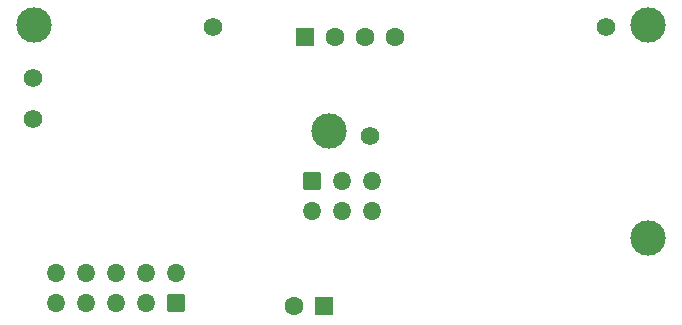
<source format=gbr>
%TF.GenerationSoftware,Altium Limited,Altium Designer,20.1.8 (145)*%
G04 Layer_Color=16711833*
%FSLAX45Y45*%
%MOMM*%
%TF.SameCoordinates,98D083CD-8668-4ABA-A521-F4C8EB5CE2D3*%
%TF.FilePolarity,Negative*%
%TF.FileFunction,Soldermask,Bot*%
%TF.Part,Single*%
G01*
G75*
%TA.AperFunction,ViaPad*%
%ADD34C,3.00000*%
%TA.AperFunction,ComponentPad*%
%ADD38C,1.57600*%
G04:AMPARAMS|DCode=39|XSize=1.6mm|YSize=1.6mm|CornerRadius=0.2285mm|HoleSize=0mm|Usage=FLASHONLY|Rotation=180.000|XOffset=0mm|YOffset=0mm|HoleType=Round|Shape=RoundedRectangle|*
%AMROUNDEDRECTD39*
21,1,1.60000,1.14300,0,0,180.0*
21,1,1.14300,1.60000,0,0,180.0*
1,1,0.45700,-0.57150,0.57150*
1,1,0.45700,0.57150,0.57150*
1,1,0.45700,0.57150,-0.57150*
1,1,0.45700,-0.57150,-0.57150*
%
%ADD39ROUNDEDRECTD39*%
%ADD40C,1.60000*%
G04:AMPARAMS|DCode=41|XSize=1.576mm|YSize=1.526mm|CornerRadius=0.21925mm|HoleSize=0mm|Usage=FLASHONLY|Rotation=180.000|XOffset=0mm|YOffset=0mm|HoleType=Round|Shape=RoundedRectangle|*
%AMROUNDEDRECTD41*
21,1,1.57600,1.08750,0,0,180.0*
21,1,1.13750,1.52600,0,0,180.0*
1,1,0.43850,-0.56875,0.54375*
1,1,0.43850,0.56875,0.54375*
1,1,0.43850,0.56875,-0.54375*
1,1,0.43850,-0.56875,-0.54375*
%
%ADD41ROUNDEDRECTD41*%
%ADD42O,1.57600X1.52600*%
D34*
X200000Y2600000D02*
D03*
X5400000D02*
D03*
X2700000Y1700000D02*
D03*
X5400000Y800000D02*
D03*
D38*
X192904Y2146670D02*
D03*
X5046980Y2580640D02*
D03*
X192904Y1799694D02*
D03*
X1715259Y2578745D02*
D03*
X3042860Y1656590D02*
D03*
D39*
X2651760Y223520D02*
D03*
X2497700Y2500000D02*
D03*
D40*
X2397760Y223520D02*
D03*
X3259700Y2500000D02*
D03*
X3005700D02*
D03*
X2751700D02*
D03*
D41*
X1398399Y247460D02*
D03*
X2550160Y1275080D02*
D03*
D42*
X1144399Y247460D02*
D03*
X890399D02*
D03*
X636399D02*
D03*
X382399D02*
D03*
Y501460D02*
D03*
X636399D02*
D03*
X890399D02*
D03*
X1144399D02*
D03*
X1398399D02*
D03*
X2804160Y1275080D02*
D03*
X3058160D02*
D03*
Y1021080D02*
D03*
X2804160D02*
D03*
X2550160D02*
D03*
%TF.MD5,409ec7a0769daca22aafeaf9b280534a*%
M02*

</source>
